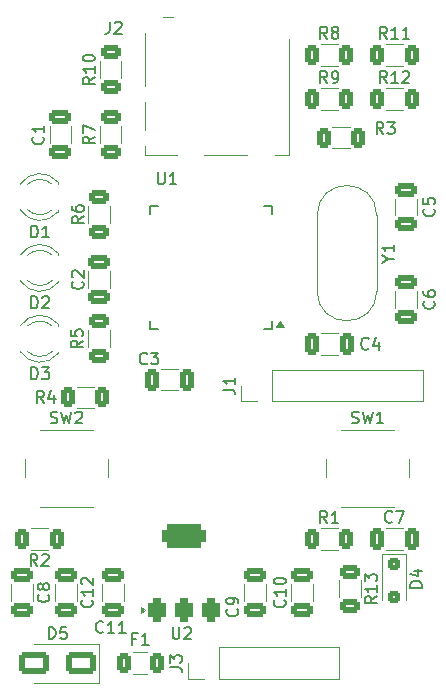
<source format=gto>
G04 #@! TF.GenerationSoftware,KiCad,Pcbnew,8.0.4*
G04 #@! TF.CreationDate,2024-10-18T17:00:07+02:00*
G04 #@! TF.ProjectId,Atari_SIO2SD_Mini,41746172-695f-4534-994f-3253445f4d69,rev?*
G04 #@! TF.SameCoordinates,Original*
G04 #@! TF.FileFunction,Legend,Top*
G04 #@! TF.FilePolarity,Positive*
%FSLAX46Y46*%
G04 Gerber Fmt 4.6, Leading zero omitted, Abs format (unit mm)*
G04 Created by KiCad (PCBNEW 8.0.4) date 2024-10-18 17:00:07*
%MOMM*%
%LPD*%
G01*
G04 APERTURE LIST*
G04 Aperture macros list*
%AMRoundRect*
0 Rectangle with rounded corners*
0 $1 Rounding radius*
0 $2 $3 $4 $5 $6 $7 $8 $9 X,Y pos of 4 corners*
0 Add a 4 corners polygon primitive as box body*
4,1,4,$2,$3,$4,$5,$6,$7,$8,$9,$2,$3,0*
0 Add four circle primitives for the rounded corners*
1,1,$1+$1,$2,$3*
1,1,$1+$1,$4,$5*
1,1,$1+$1,$6,$7*
1,1,$1+$1,$8,$9*
0 Add four rect primitives between the rounded corners*
20,1,$1+$1,$2,$3,$4,$5,0*
20,1,$1+$1,$4,$5,$6,$7,0*
20,1,$1+$1,$6,$7,$8,$9,0*
20,1,$1+$1,$8,$9,$2,$3,0*%
G04 Aperture macros list end*
%ADD10C,0.150000*%
%ADD11C,0.120000*%
%ADD12C,0.000000*%
%ADD13RoundRect,0.375000X0.375000X-0.625000X0.375000X0.625000X-0.375000X0.625000X-0.375000X-0.625000X0*%
%ADD14RoundRect,0.500000X1.400000X-0.500000X1.400000X0.500000X-1.400000X0.500000X-1.400000X-0.500000X0*%
%ADD15RoundRect,0.250000X-0.312500X-0.625000X0.312500X-0.625000X0.312500X0.625000X-0.312500X0.625000X0*%
%ADD16RoundRect,0.250000X-0.650000X0.325000X-0.650000X-0.325000X0.650000X-0.325000X0.650000X0.325000X0*%
%ADD17RoundRect,0.250000X0.625000X-0.312500X0.625000X0.312500X-0.625000X0.312500X-0.625000X-0.312500X0*%
%ADD18RoundRect,0.250000X-0.325000X-0.650000X0.325000X-0.650000X0.325000X0.650000X-0.325000X0.650000X0*%
%ADD19RoundRect,0.250000X-0.375000X-0.625000X0.375000X-0.625000X0.375000X0.625000X-0.375000X0.625000X0*%
%ADD20C,2.000000*%
%ADD21RoundRect,0.250000X-0.300000X0.300000X-0.300000X-0.300000X0.300000X-0.300000X0.300000X0.300000X0*%
%ADD22R,0.850000X1.100000*%
%ADD23R,0.750000X1.100000*%
%ADD24R,1.200000X1.000000*%
%ADD25R,1.550000X1.350000*%
%ADD26R,1.900000X1.350000*%
%ADD27R,1.170000X1.800000*%
%ADD28C,1.500000*%
%ADD29R,1.800000X1.800000*%
%ADD30C,1.800000*%
%ADD31RoundRect,0.250000X0.650000X-0.325000X0.650000X0.325000X-0.650000X0.325000X-0.650000X-0.325000X0*%
%ADD32R,1.500000X0.550000*%
%ADD33R,0.550000X1.500000*%
%ADD34RoundRect,0.250000X0.312500X0.625000X-0.312500X0.625000X-0.312500X-0.625000X0.312500X-0.625000X0*%
%ADD35R,1.700000X1.700000*%
%ADD36O,1.700000X1.700000*%
%ADD37RoundRect,0.250000X-0.625000X0.312500X-0.625000X-0.312500X0.625000X-0.312500X0.625000X0.312500X0*%
%ADD38RoundRect,0.250000X0.325000X0.650000X-0.325000X0.650000X-0.325000X-0.650000X0.325000X-0.650000X0*%
%ADD39C,5.600000*%
%ADD40RoundRect,0.250000X1.000000X0.650000X-1.000000X0.650000X-1.000000X-0.650000X1.000000X-0.650000X0*%
G04 APERTURE END LIST*
D10*
X146238095Y-106954819D02*
X146238095Y-107764342D01*
X146238095Y-107764342D02*
X146285714Y-107859580D01*
X146285714Y-107859580D02*
X146333333Y-107907200D01*
X146333333Y-107907200D02*
X146428571Y-107954819D01*
X146428571Y-107954819D02*
X146619047Y-107954819D01*
X146619047Y-107954819D02*
X146714285Y-107907200D01*
X146714285Y-107907200D02*
X146761904Y-107859580D01*
X146761904Y-107859580D02*
X146809523Y-107764342D01*
X146809523Y-107764342D02*
X146809523Y-106954819D01*
X147238095Y-107050057D02*
X147285714Y-107002438D01*
X147285714Y-107002438D02*
X147380952Y-106954819D01*
X147380952Y-106954819D02*
X147619047Y-106954819D01*
X147619047Y-106954819D02*
X147714285Y-107002438D01*
X147714285Y-107002438D02*
X147761904Y-107050057D01*
X147761904Y-107050057D02*
X147809523Y-107145295D01*
X147809523Y-107145295D02*
X147809523Y-107240533D01*
X147809523Y-107240533D02*
X147761904Y-107383390D01*
X147761904Y-107383390D02*
X147190476Y-107954819D01*
X147190476Y-107954819D02*
X147809523Y-107954819D01*
X159333333Y-60884819D02*
X159000000Y-60408628D01*
X158761905Y-60884819D02*
X158761905Y-59884819D01*
X158761905Y-59884819D02*
X159142857Y-59884819D01*
X159142857Y-59884819D02*
X159238095Y-59932438D01*
X159238095Y-59932438D02*
X159285714Y-59980057D01*
X159285714Y-59980057D02*
X159333333Y-60075295D01*
X159333333Y-60075295D02*
X159333333Y-60218152D01*
X159333333Y-60218152D02*
X159285714Y-60313390D01*
X159285714Y-60313390D02*
X159238095Y-60361009D01*
X159238095Y-60361009D02*
X159142857Y-60408628D01*
X159142857Y-60408628D02*
X158761905Y-60408628D01*
X159809524Y-60884819D02*
X160000000Y-60884819D01*
X160000000Y-60884819D02*
X160095238Y-60837200D01*
X160095238Y-60837200D02*
X160142857Y-60789580D01*
X160142857Y-60789580D02*
X160238095Y-60646723D01*
X160238095Y-60646723D02*
X160285714Y-60456247D01*
X160285714Y-60456247D02*
X160285714Y-60075295D01*
X160285714Y-60075295D02*
X160238095Y-59980057D01*
X160238095Y-59980057D02*
X160190476Y-59932438D01*
X160190476Y-59932438D02*
X160095238Y-59884819D01*
X160095238Y-59884819D02*
X159904762Y-59884819D01*
X159904762Y-59884819D02*
X159809524Y-59932438D01*
X159809524Y-59932438D02*
X159761905Y-59980057D01*
X159761905Y-59980057D02*
X159714286Y-60075295D01*
X159714286Y-60075295D02*
X159714286Y-60313390D01*
X159714286Y-60313390D02*
X159761905Y-60408628D01*
X159761905Y-60408628D02*
X159809524Y-60456247D01*
X159809524Y-60456247D02*
X159904762Y-60503866D01*
X159904762Y-60503866D02*
X160095238Y-60503866D01*
X160095238Y-60503866D02*
X160190476Y-60456247D01*
X160190476Y-60456247D02*
X160238095Y-60408628D01*
X160238095Y-60408628D02*
X160285714Y-60313390D01*
X164083333Y-65204819D02*
X163750000Y-64728628D01*
X163511905Y-65204819D02*
X163511905Y-64204819D01*
X163511905Y-64204819D02*
X163892857Y-64204819D01*
X163892857Y-64204819D02*
X163988095Y-64252438D01*
X163988095Y-64252438D02*
X164035714Y-64300057D01*
X164035714Y-64300057D02*
X164083333Y-64395295D01*
X164083333Y-64395295D02*
X164083333Y-64538152D01*
X164083333Y-64538152D02*
X164035714Y-64633390D01*
X164035714Y-64633390D02*
X163988095Y-64681009D01*
X163988095Y-64681009D02*
X163892857Y-64728628D01*
X163892857Y-64728628D02*
X163511905Y-64728628D01*
X164416667Y-64204819D02*
X165035714Y-64204819D01*
X165035714Y-64204819D02*
X164702381Y-64585771D01*
X164702381Y-64585771D02*
X164845238Y-64585771D01*
X164845238Y-64585771D02*
X164940476Y-64633390D01*
X164940476Y-64633390D02*
X164988095Y-64681009D01*
X164988095Y-64681009D02*
X165035714Y-64776247D01*
X165035714Y-64776247D02*
X165035714Y-65014342D01*
X165035714Y-65014342D02*
X164988095Y-65109580D01*
X164988095Y-65109580D02*
X164940476Y-65157200D01*
X164940476Y-65157200D02*
X164845238Y-65204819D01*
X164845238Y-65204819D02*
X164559524Y-65204819D01*
X164559524Y-65204819D02*
X164464286Y-65157200D01*
X164464286Y-65157200D02*
X164416667Y-65109580D01*
X138609580Y-77704166D02*
X138657200Y-77751785D01*
X138657200Y-77751785D02*
X138704819Y-77894642D01*
X138704819Y-77894642D02*
X138704819Y-77989880D01*
X138704819Y-77989880D02*
X138657200Y-78132737D01*
X138657200Y-78132737D02*
X138561961Y-78227975D01*
X138561961Y-78227975D02*
X138466723Y-78275594D01*
X138466723Y-78275594D02*
X138276247Y-78323213D01*
X138276247Y-78323213D02*
X138133390Y-78323213D01*
X138133390Y-78323213D02*
X137942914Y-78275594D01*
X137942914Y-78275594D02*
X137847676Y-78227975D01*
X137847676Y-78227975D02*
X137752438Y-78132737D01*
X137752438Y-78132737D02*
X137704819Y-77989880D01*
X137704819Y-77989880D02*
X137704819Y-77894642D01*
X137704819Y-77894642D02*
X137752438Y-77751785D01*
X137752438Y-77751785D02*
X137800057Y-77704166D01*
X137800057Y-77323213D02*
X137752438Y-77275594D01*
X137752438Y-77275594D02*
X137704819Y-77180356D01*
X137704819Y-77180356D02*
X137704819Y-76942261D01*
X137704819Y-76942261D02*
X137752438Y-76847023D01*
X137752438Y-76847023D02*
X137800057Y-76799404D01*
X137800057Y-76799404D02*
X137895295Y-76751785D01*
X137895295Y-76751785D02*
X137990533Y-76751785D01*
X137990533Y-76751785D02*
X138133390Y-76799404D01*
X138133390Y-76799404D02*
X138704819Y-77370832D01*
X138704819Y-77370832D02*
X138704819Y-76751785D01*
X159333333Y-98134819D02*
X159000000Y-97658628D01*
X158761905Y-98134819D02*
X158761905Y-97134819D01*
X158761905Y-97134819D02*
X159142857Y-97134819D01*
X159142857Y-97134819D02*
X159238095Y-97182438D01*
X159238095Y-97182438D02*
X159285714Y-97230057D01*
X159285714Y-97230057D02*
X159333333Y-97325295D01*
X159333333Y-97325295D02*
X159333333Y-97468152D01*
X159333333Y-97468152D02*
X159285714Y-97563390D01*
X159285714Y-97563390D02*
X159238095Y-97611009D01*
X159238095Y-97611009D02*
X159142857Y-97658628D01*
X159142857Y-97658628D02*
X158761905Y-97658628D01*
X160285714Y-98134819D02*
X159714286Y-98134819D01*
X160000000Y-98134819D02*
X160000000Y-97134819D01*
X160000000Y-97134819D02*
X159904762Y-97277676D01*
X159904762Y-97277676D02*
X159809524Y-97372914D01*
X159809524Y-97372914D02*
X159714286Y-97420533D01*
X139634819Y-65416666D02*
X139158628Y-65749999D01*
X139634819Y-65988094D02*
X138634819Y-65988094D01*
X138634819Y-65988094D02*
X138634819Y-65607142D01*
X138634819Y-65607142D02*
X138682438Y-65511904D01*
X138682438Y-65511904D02*
X138730057Y-65464285D01*
X138730057Y-65464285D02*
X138825295Y-65416666D01*
X138825295Y-65416666D02*
X138968152Y-65416666D01*
X138968152Y-65416666D02*
X139063390Y-65464285D01*
X139063390Y-65464285D02*
X139111009Y-65511904D01*
X139111009Y-65511904D02*
X139158628Y-65607142D01*
X139158628Y-65607142D02*
X139158628Y-65988094D01*
X138634819Y-65083332D02*
X138634819Y-64416666D01*
X138634819Y-64416666D02*
X139634819Y-64845237D01*
X164394642Y-57134819D02*
X164061309Y-56658628D01*
X163823214Y-57134819D02*
X163823214Y-56134819D01*
X163823214Y-56134819D02*
X164204166Y-56134819D01*
X164204166Y-56134819D02*
X164299404Y-56182438D01*
X164299404Y-56182438D02*
X164347023Y-56230057D01*
X164347023Y-56230057D02*
X164394642Y-56325295D01*
X164394642Y-56325295D02*
X164394642Y-56468152D01*
X164394642Y-56468152D02*
X164347023Y-56563390D01*
X164347023Y-56563390D02*
X164299404Y-56611009D01*
X164299404Y-56611009D02*
X164204166Y-56658628D01*
X164204166Y-56658628D02*
X163823214Y-56658628D01*
X165347023Y-57134819D02*
X164775595Y-57134819D01*
X165061309Y-57134819D02*
X165061309Y-56134819D01*
X165061309Y-56134819D02*
X164966071Y-56277676D01*
X164966071Y-56277676D02*
X164870833Y-56372914D01*
X164870833Y-56372914D02*
X164775595Y-56420533D01*
X166299404Y-57134819D02*
X165727976Y-57134819D01*
X166013690Y-57134819D02*
X166013690Y-56134819D01*
X166013690Y-56134819D02*
X165918452Y-56277676D01*
X165918452Y-56277676D02*
X165823214Y-56372914D01*
X165823214Y-56372914D02*
X165727976Y-56420533D01*
X138634819Y-82704166D02*
X138158628Y-83037499D01*
X138634819Y-83275594D02*
X137634819Y-83275594D01*
X137634819Y-83275594D02*
X137634819Y-82894642D01*
X137634819Y-82894642D02*
X137682438Y-82799404D01*
X137682438Y-82799404D02*
X137730057Y-82751785D01*
X137730057Y-82751785D02*
X137825295Y-82704166D01*
X137825295Y-82704166D02*
X137968152Y-82704166D01*
X137968152Y-82704166D02*
X138063390Y-82751785D01*
X138063390Y-82751785D02*
X138111009Y-82799404D01*
X138111009Y-82799404D02*
X138158628Y-82894642D01*
X138158628Y-82894642D02*
X138158628Y-83275594D01*
X137634819Y-81799404D02*
X137634819Y-82275594D01*
X137634819Y-82275594D02*
X138111009Y-82323213D01*
X138111009Y-82323213D02*
X138063390Y-82275594D01*
X138063390Y-82275594D02*
X138015771Y-82180356D01*
X138015771Y-82180356D02*
X138015771Y-81942261D01*
X138015771Y-81942261D02*
X138063390Y-81847023D01*
X138063390Y-81847023D02*
X138111009Y-81799404D01*
X138111009Y-81799404D02*
X138206247Y-81751785D01*
X138206247Y-81751785D02*
X138444342Y-81751785D01*
X138444342Y-81751785D02*
X138539580Y-81799404D01*
X138539580Y-81799404D02*
X138587200Y-81847023D01*
X138587200Y-81847023D02*
X138634819Y-81942261D01*
X138634819Y-81942261D02*
X138634819Y-82180356D01*
X138634819Y-82180356D02*
X138587200Y-82275594D01*
X138587200Y-82275594D02*
X138539580Y-82323213D01*
X164833333Y-98009580D02*
X164785714Y-98057200D01*
X164785714Y-98057200D02*
X164642857Y-98104819D01*
X164642857Y-98104819D02*
X164547619Y-98104819D01*
X164547619Y-98104819D02*
X164404762Y-98057200D01*
X164404762Y-98057200D02*
X164309524Y-97961961D01*
X164309524Y-97961961D02*
X164261905Y-97866723D01*
X164261905Y-97866723D02*
X164214286Y-97676247D01*
X164214286Y-97676247D02*
X164214286Y-97533390D01*
X164214286Y-97533390D02*
X164261905Y-97342914D01*
X164261905Y-97342914D02*
X164309524Y-97247676D01*
X164309524Y-97247676D02*
X164404762Y-97152438D01*
X164404762Y-97152438D02*
X164547619Y-97104819D01*
X164547619Y-97104819D02*
X164642857Y-97104819D01*
X164642857Y-97104819D02*
X164785714Y-97152438D01*
X164785714Y-97152438D02*
X164833333Y-97200057D01*
X165166667Y-97104819D02*
X165833333Y-97104819D01*
X165833333Y-97104819D02*
X165404762Y-98104819D01*
X138704819Y-72166666D02*
X138228628Y-72499999D01*
X138704819Y-72738094D02*
X137704819Y-72738094D01*
X137704819Y-72738094D02*
X137704819Y-72357142D01*
X137704819Y-72357142D02*
X137752438Y-72261904D01*
X137752438Y-72261904D02*
X137800057Y-72214285D01*
X137800057Y-72214285D02*
X137895295Y-72166666D01*
X137895295Y-72166666D02*
X138038152Y-72166666D01*
X138038152Y-72166666D02*
X138133390Y-72214285D01*
X138133390Y-72214285D02*
X138181009Y-72261904D01*
X138181009Y-72261904D02*
X138228628Y-72357142D01*
X138228628Y-72357142D02*
X138228628Y-72738094D01*
X137704819Y-71309523D02*
X137704819Y-71499999D01*
X137704819Y-71499999D02*
X137752438Y-71595237D01*
X137752438Y-71595237D02*
X137800057Y-71642856D01*
X137800057Y-71642856D02*
X137942914Y-71738094D01*
X137942914Y-71738094D02*
X138133390Y-71785713D01*
X138133390Y-71785713D02*
X138514342Y-71785713D01*
X138514342Y-71785713D02*
X138609580Y-71738094D01*
X138609580Y-71738094D02*
X138657200Y-71690475D01*
X138657200Y-71690475D02*
X138704819Y-71595237D01*
X138704819Y-71595237D02*
X138704819Y-71404761D01*
X138704819Y-71404761D02*
X138657200Y-71309523D01*
X138657200Y-71309523D02*
X138609580Y-71261904D01*
X138609580Y-71261904D02*
X138514342Y-71214285D01*
X138514342Y-71214285D02*
X138276247Y-71214285D01*
X138276247Y-71214285D02*
X138181009Y-71261904D01*
X138181009Y-71261904D02*
X138133390Y-71309523D01*
X138133390Y-71309523D02*
X138085771Y-71404761D01*
X138085771Y-71404761D02*
X138085771Y-71595237D01*
X138085771Y-71595237D02*
X138133390Y-71690475D01*
X138133390Y-71690475D02*
X138181009Y-71738094D01*
X138181009Y-71738094D02*
X138276247Y-71785713D01*
X143166666Y-107931009D02*
X142833333Y-107931009D01*
X142833333Y-108454819D02*
X142833333Y-107454819D01*
X142833333Y-107454819D02*
X143309523Y-107454819D01*
X144214285Y-108454819D02*
X143642857Y-108454819D01*
X143928571Y-108454819D02*
X143928571Y-107454819D01*
X143928571Y-107454819D02*
X143833333Y-107597676D01*
X143833333Y-107597676D02*
X143738095Y-107692914D01*
X143738095Y-107692914D02*
X143642857Y-107740533D01*
X139409580Y-104667857D02*
X139457200Y-104715476D01*
X139457200Y-104715476D02*
X139504819Y-104858333D01*
X139504819Y-104858333D02*
X139504819Y-104953571D01*
X139504819Y-104953571D02*
X139457200Y-105096428D01*
X139457200Y-105096428D02*
X139361961Y-105191666D01*
X139361961Y-105191666D02*
X139266723Y-105239285D01*
X139266723Y-105239285D02*
X139076247Y-105286904D01*
X139076247Y-105286904D02*
X138933390Y-105286904D01*
X138933390Y-105286904D02*
X138742914Y-105239285D01*
X138742914Y-105239285D02*
X138647676Y-105191666D01*
X138647676Y-105191666D02*
X138552438Y-105096428D01*
X138552438Y-105096428D02*
X138504819Y-104953571D01*
X138504819Y-104953571D02*
X138504819Y-104858333D01*
X138504819Y-104858333D02*
X138552438Y-104715476D01*
X138552438Y-104715476D02*
X138600057Y-104667857D01*
X139504819Y-103715476D02*
X139504819Y-104286904D01*
X139504819Y-104001190D02*
X138504819Y-104001190D01*
X138504819Y-104001190D02*
X138647676Y-104096428D01*
X138647676Y-104096428D02*
X138742914Y-104191666D01*
X138742914Y-104191666D02*
X138790533Y-104286904D01*
X138600057Y-103334523D02*
X138552438Y-103286904D01*
X138552438Y-103286904D02*
X138504819Y-103191666D01*
X138504819Y-103191666D02*
X138504819Y-102953571D01*
X138504819Y-102953571D02*
X138552438Y-102858333D01*
X138552438Y-102858333D02*
X138600057Y-102810714D01*
X138600057Y-102810714D02*
X138695295Y-102763095D01*
X138695295Y-102763095D02*
X138790533Y-102763095D01*
X138790533Y-102763095D02*
X138933390Y-102810714D01*
X138933390Y-102810714D02*
X139504819Y-103382142D01*
X139504819Y-103382142D02*
X139504819Y-102763095D01*
X135916667Y-89657200D02*
X136059524Y-89704819D01*
X136059524Y-89704819D02*
X136297619Y-89704819D01*
X136297619Y-89704819D02*
X136392857Y-89657200D01*
X136392857Y-89657200D02*
X136440476Y-89609580D01*
X136440476Y-89609580D02*
X136488095Y-89514342D01*
X136488095Y-89514342D02*
X136488095Y-89419104D01*
X136488095Y-89419104D02*
X136440476Y-89323866D01*
X136440476Y-89323866D02*
X136392857Y-89276247D01*
X136392857Y-89276247D02*
X136297619Y-89228628D01*
X136297619Y-89228628D02*
X136107143Y-89181009D01*
X136107143Y-89181009D02*
X136011905Y-89133390D01*
X136011905Y-89133390D02*
X135964286Y-89085771D01*
X135964286Y-89085771D02*
X135916667Y-88990533D01*
X135916667Y-88990533D02*
X135916667Y-88895295D01*
X135916667Y-88895295D02*
X135964286Y-88800057D01*
X135964286Y-88800057D02*
X136011905Y-88752438D01*
X136011905Y-88752438D02*
X136107143Y-88704819D01*
X136107143Y-88704819D02*
X136345238Y-88704819D01*
X136345238Y-88704819D02*
X136488095Y-88752438D01*
X136821429Y-88704819D02*
X137059524Y-89704819D01*
X137059524Y-89704819D02*
X137250000Y-88990533D01*
X137250000Y-88990533D02*
X137440476Y-89704819D01*
X137440476Y-89704819D02*
X137678572Y-88704819D01*
X138011905Y-88800057D02*
X138059524Y-88752438D01*
X138059524Y-88752438D02*
X138154762Y-88704819D01*
X138154762Y-88704819D02*
X138392857Y-88704819D01*
X138392857Y-88704819D02*
X138488095Y-88752438D01*
X138488095Y-88752438D02*
X138535714Y-88800057D01*
X138535714Y-88800057D02*
X138583333Y-88895295D01*
X138583333Y-88895295D02*
X138583333Y-88990533D01*
X138583333Y-88990533D02*
X138535714Y-89133390D01*
X138535714Y-89133390D02*
X137964286Y-89704819D01*
X137964286Y-89704819D02*
X138583333Y-89704819D01*
X167359819Y-103611094D02*
X166359819Y-103611094D01*
X166359819Y-103611094D02*
X166359819Y-103372999D01*
X166359819Y-103372999D02*
X166407438Y-103230142D01*
X166407438Y-103230142D02*
X166502676Y-103134904D01*
X166502676Y-103134904D02*
X166597914Y-103087285D01*
X166597914Y-103087285D02*
X166788390Y-103039666D01*
X166788390Y-103039666D02*
X166931247Y-103039666D01*
X166931247Y-103039666D02*
X167121723Y-103087285D01*
X167121723Y-103087285D02*
X167216961Y-103134904D01*
X167216961Y-103134904D02*
X167312200Y-103230142D01*
X167312200Y-103230142D02*
X167359819Y-103372999D01*
X167359819Y-103372999D02*
X167359819Y-103611094D01*
X166693152Y-102182523D02*
X167359819Y-102182523D01*
X166312200Y-102420618D02*
X167026485Y-102658713D01*
X167026485Y-102658713D02*
X167026485Y-102039666D01*
X140916666Y-55704819D02*
X140916666Y-56419104D01*
X140916666Y-56419104D02*
X140869047Y-56561961D01*
X140869047Y-56561961D02*
X140773809Y-56657200D01*
X140773809Y-56657200D02*
X140630952Y-56704819D01*
X140630952Y-56704819D02*
X140535714Y-56704819D01*
X141345238Y-55800057D02*
X141392857Y-55752438D01*
X141392857Y-55752438D02*
X141488095Y-55704819D01*
X141488095Y-55704819D02*
X141726190Y-55704819D01*
X141726190Y-55704819D02*
X141821428Y-55752438D01*
X141821428Y-55752438D02*
X141869047Y-55800057D01*
X141869047Y-55800057D02*
X141916666Y-55895295D01*
X141916666Y-55895295D02*
X141916666Y-55990533D01*
X141916666Y-55990533D02*
X141869047Y-56133390D01*
X141869047Y-56133390D02*
X141297619Y-56704819D01*
X141297619Y-56704819D02*
X141916666Y-56704819D01*
X139634819Y-60392857D02*
X139158628Y-60726190D01*
X139634819Y-60964285D02*
X138634819Y-60964285D01*
X138634819Y-60964285D02*
X138634819Y-60583333D01*
X138634819Y-60583333D02*
X138682438Y-60488095D01*
X138682438Y-60488095D02*
X138730057Y-60440476D01*
X138730057Y-60440476D02*
X138825295Y-60392857D01*
X138825295Y-60392857D02*
X138968152Y-60392857D01*
X138968152Y-60392857D02*
X139063390Y-60440476D01*
X139063390Y-60440476D02*
X139111009Y-60488095D01*
X139111009Y-60488095D02*
X139158628Y-60583333D01*
X139158628Y-60583333D02*
X139158628Y-60964285D01*
X139634819Y-59440476D02*
X139634819Y-60011904D01*
X139634819Y-59726190D02*
X138634819Y-59726190D01*
X138634819Y-59726190D02*
X138777676Y-59821428D01*
X138777676Y-59821428D02*
X138872914Y-59916666D01*
X138872914Y-59916666D02*
X138920533Y-60011904D01*
X138634819Y-58821428D02*
X138634819Y-58726190D01*
X138634819Y-58726190D02*
X138682438Y-58630952D01*
X138682438Y-58630952D02*
X138730057Y-58583333D01*
X138730057Y-58583333D02*
X138825295Y-58535714D01*
X138825295Y-58535714D02*
X139015771Y-58488095D01*
X139015771Y-58488095D02*
X139253866Y-58488095D01*
X139253866Y-58488095D02*
X139444342Y-58535714D01*
X139444342Y-58535714D02*
X139539580Y-58583333D01*
X139539580Y-58583333D02*
X139587200Y-58630952D01*
X139587200Y-58630952D02*
X139634819Y-58726190D01*
X139634819Y-58726190D02*
X139634819Y-58821428D01*
X139634819Y-58821428D02*
X139587200Y-58916666D01*
X139587200Y-58916666D02*
X139539580Y-58964285D01*
X139539580Y-58964285D02*
X139444342Y-59011904D01*
X139444342Y-59011904D02*
X139253866Y-59059523D01*
X139253866Y-59059523D02*
X139015771Y-59059523D01*
X139015771Y-59059523D02*
X138825295Y-59011904D01*
X138825295Y-59011904D02*
X138730057Y-58964285D01*
X138730057Y-58964285D02*
X138682438Y-58916666D01*
X138682438Y-58916666D02*
X138634819Y-58821428D01*
X162833333Y-83359580D02*
X162785714Y-83407200D01*
X162785714Y-83407200D02*
X162642857Y-83454819D01*
X162642857Y-83454819D02*
X162547619Y-83454819D01*
X162547619Y-83454819D02*
X162404762Y-83407200D01*
X162404762Y-83407200D02*
X162309524Y-83311961D01*
X162309524Y-83311961D02*
X162261905Y-83216723D01*
X162261905Y-83216723D02*
X162214286Y-83026247D01*
X162214286Y-83026247D02*
X162214286Y-82883390D01*
X162214286Y-82883390D02*
X162261905Y-82692914D01*
X162261905Y-82692914D02*
X162309524Y-82597676D01*
X162309524Y-82597676D02*
X162404762Y-82502438D01*
X162404762Y-82502438D02*
X162547619Y-82454819D01*
X162547619Y-82454819D02*
X162642857Y-82454819D01*
X162642857Y-82454819D02*
X162785714Y-82502438D01*
X162785714Y-82502438D02*
X162833333Y-82550057D01*
X163690476Y-82788152D02*
X163690476Y-83454819D01*
X163452381Y-82407200D02*
X163214286Y-83121485D01*
X163214286Y-83121485D02*
X163833333Y-83121485D01*
X168359580Y-79371666D02*
X168407200Y-79419285D01*
X168407200Y-79419285D02*
X168454819Y-79562142D01*
X168454819Y-79562142D02*
X168454819Y-79657380D01*
X168454819Y-79657380D02*
X168407200Y-79800237D01*
X168407200Y-79800237D02*
X168311961Y-79895475D01*
X168311961Y-79895475D02*
X168216723Y-79943094D01*
X168216723Y-79943094D02*
X168026247Y-79990713D01*
X168026247Y-79990713D02*
X167883390Y-79990713D01*
X167883390Y-79990713D02*
X167692914Y-79943094D01*
X167692914Y-79943094D02*
X167597676Y-79895475D01*
X167597676Y-79895475D02*
X167502438Y-79800237D01*
X167502438Y-79800237D02*
X167454819Y-79657380D01*
X167454819Y-79657380D02*
X167454819Y-79562142D01*
X167454819Y-79562142D02*
X167502438Y-79419285D01*
X167502438Y-79419285D02*
X167550057Y-79371666D01*
X167454819Y-78514523D02*
X167454819Y-78704999D01*
X167454819Y-78704999D02*
X167502438Y-78800237D01*
X167502438Y-78800237D02*
X167550057Y-78847856D01*
X167550057Y-78847856D02*
X167692914Y-78943094D01*
X167692914Y-78943094D02*
X167883390Y-78990713D01*
X167883390Y-78990713D02*
X168264342Y-78990713D01*
X168264342Y-78990713D02*
X168359580Y-78943094D01*
X168359580Y-78943094D02*
X168407200Y-78895475D01*
X168407200Y-78895475D02*
X168454819Y-78800237D01*
X168454819Y-78800237D02*
X168454819Y-78609761D01*
X168454819Y-78609761D02*
X168407200Y-78514523D01*
X168407200Y-78514523D02*
X168359580Y-78466904D01*
X168359580Y-78466904D02*
X168264342Y-78419285D01*
X168264342Y-78419285D02*
X168026247Y-78419285D01*
X168026247Y-78419285D02*
X167931009Y-78466904D01*
X167931009Y-78466904D02*
X167883390Y-78514523D01*
X167883390Y-78514523D02*
X167835771Y-78609761D01*
X167835771Y-78609761D02*
X167835771Y-78800237D01*
X167835771Y-78800237D02*
X167883390Y-78895475D01*
X167883390Y-78895475D02*
X167931009Y-78943094D01*
X167931009Y-78943094D02*
X168026247Y-78990713D01*
X164503628Y-75766190D02*
X164979819Y-75766190D01*
X163979819Y-76099523D02*
X164503628Y-75766190D01*
X164503628Y-75766190D02*
X163979819Y-75432857D01*
X164979819Y-74575714D02*
X164979819Y-75147142D01*
X164979819Y-74861428D02*
X163979819Y-74861428D01*
X163979819Y-74861428D02*
X164122676Y-74956666D01*
X164122676Y-74956666D02*
X164217914Y-75051904D01*
X164217914Y-75051904D02*
X164265533Y-75147142D01*
X134266905Y-79952319D02*
X134266905Y-78952319D01*
X134266905Y-78952319D02*
X134505000Y-78952319D01*
X134505000Y-78952319D02*
X134647857Y-78999938D01*
X134647857Y-78999938D02*
X134743095Y-79095176D01*
X134743095Y-79095176D02*
X134790714Y-79190414D01*
X134790714Y-79190414D02*
X134838333Y-79380890D01*
X134838333Y-79380890D02*
X134838333Y-79523747D01*
X134838333Y-79523747D02*
X134790714Y-79714223D01*
X134790714Y-79714223D02*
X134743095Y-79809461D01*
X134743095Y-79809461D02*
X134647857Y-79904700D01*
X134647857Y-79904700D02*
X134505000Y-79952319D01*
X134505000Y-79952319D02*
X134266905Y-79952319D01*
X135219286Y-79047557D02*
X135266905Y-78999938D01*
X135266905Y-78999938D02*
X135362143Y-78952319D01*
X135362143Y-78952319D02*
X135600238Y-78952319D01*
X135600238Y-78952319D02*
X135695476Y-78999938D01*
X135695476Y-78999938D02*
X135743095Y-79047557D01*
X135743095Y-79047557D02*
X135790714Y-79142795D01*
X135790714Y-79142795D02*
X135790714Y-79238033D01*
X135790714Y-79238033D02*
X135743095Y-79380890D01*
X135743095Y-79380890D02*
X135171667Y-79952319D01*
X135171667Y-79952319D02*
X135790714Y-79952319D01*
X168359580Y-71541666D02*
X168407200Y-71589285D01*
X168407200Y-71589285D02*
X168454819Y-71732142D01*
X168454819Y-71732142D02*
X168454819Y-71827380D01*
X168454819Y-71827380D02*
X168407200Y-71970237D01*
X168407200Y-71970237D02*
X168311961Y-72065475D01*
X168311961Y-72065475D02*
X168216723Y-72113094D01*
X168216723Y-72113094D02*
X168026247Y-72160713D01*
X168026247Y-72160713D02*
X167883390Y-72160713D01*
X167883390Y-72160713D02*
X167692914Y-72113094D01*
X167692914Y-72113094D02*
X167597676Y-72065475D01*
X167597676Y-72065475D02*
X167502438Y-71970237D01*
X167502438Y-71970237D02*
X167454819Y-71827380D01*
X167454819Y-71827380D02*
X167454819Y-71732142D01*
X167454819Y-71732142D02*
X167502438Y-71589285D01*
X167502438Y-71589285D02*
X167550057Y-71541666D01*
X167454819Y-70636904D02*
X167454819Y-71113094D01*
X167454819Y-71113094D02*
X167931009Y-71160713D01*
X167931009Y-71160713D02*
X167883390Y-71113094D01*
X167883390Y-71113094D02*
X167835771Y-71017856D01*
X167835771Y-71017856D02*
X167835771Y-70779761D01*
X167835771Y-70779761D02*
X167883390Y-70684523D01*
X167883390Y-70684523D02*
X167931009Y-70636904D01*
X167931009Y-70636904D02*
X168026247Y-70589285D01*
X168026247Y-70589285D02*
X168264342Y-70589285D01*
X168264342Y-70589285D02*
X168359580Y-70636904D01*
X168359580Y-70636904D02*
X168407200Y-70684523D01*
X168407200Y-70684523D02*
X168454819Y-70779761D01*
X168454819Y-70779761D02*
X168454819Y-71017856D01*
X168454819Y-71017856D02*
X168407200Y-71113094D01*
X168407200Y-71113094D02*
X168359580Y-71160713D01*
X155709580Y-104667857D02*
X155757200Y-104715476D01*
X155757200Y-104715476D02*
X155804819Y-104858333D01*
X155804819Y-104858333D02*
X155804819Y-104953571D01*
X155804819Y-104953571D02*
X155757200Y-105096428D01*
X155757200Y-105096428D02*
X155661961Y-105191666D01*
X155661961Y-105191666D02*
X155566723Y-105239285D01*
X155566723Y-105239285D02*
X155376247Y-105286904D01*
X155376247Y-105286904D02*
X155233390Y-105286904D01*
X155233390Y-105286904D02*
X155042914Y-105239285D01*
X155042914Y-105239285D02*
X154947676Y-105191666D01*
X154947676Y-105191666D02*
X154852438Y-105096428D01*
X154852438Y-105096428D02*
X154804819Y-104953571D01*
X154804819Y-104953571D02*
X154804819Y-104858333D01*
X154804819Y-104858333D02*
X154852438Y-104715476D01*
X154852438Y-104715476D02*
X154900057Y-104667857D01*
X155804819Y-103715476D02*
X155804819Y-104286904D01*
X155804819Y-104001190D02*
X154804819Y-104001190D01*
X154804819Y-104001190D02*
X154947676Y-104096428D01*
X154947676Y-104096428D02*
X155042914Y-104191666D01*
X155042914Y-104191666D02*
X155090533Y-104286904D01*
X154804819Y-103096428D02*
X154804819Y-103001190D01*
X154804819Y-103001190D02*
X154852438Y-102905952D01*
X154852438Y-102905952D02*
X154900057Y-102858333D01*
X154900057Y-102858333D02*
X154995295Y-102810714D01*
X154995295Y-102810714D02*
X155185771Y-102763095D01*
X155185771Y-102763095D02*
X155423866Y-102763095D01*
X155423866Y-102763095D02*
X155614342Y-102810714D01*
X155614342Y-102810714D02*
X155709580Y-102858333D01*
X155709580Y-102858333D02*
X155757200Y-102905952D01*
X155757200Y-102905952D02*
X155804819Y-103001190D01*
X155804819Y-103001190D02*
X155804819Y-103096428D01*
X155804819Y-103096428D02*
X155757200Y-103191666D01*
X155757200Y-103191666D02*
X155709580Y-103239285D01*
X155709580Y-103239285D02*
X155614342Y-103286904D01*
X155614342Y-103286904D02*
X155423866Y-103334523D01*
X155423866Y-103334523D02*
X155185771Y-103334523D01*
X155185771Y-103334523D02*
X154995295Y-103286904D01*
X154995295Y-103286904D02*
X154900057Y-103239285D01*
X154900057Y-103239285D02*
X154852438Y-103191666D01*
X154852438Y-103191666D02*
X154804819Y-103096428D01*
X144988095Y-68454819D02*
X144988095Y-69264342D01*
X144988095Y-69264342D02*
X145035714Y-69359580D01*
X145035714Y-69359580D02*
X145083333Y-69407200D01*
X145083333Y-69407200D02*
X145178571Y-69454819D01*
X145178571Y-69454819D02*
X145369047Y-69454819D01*
X145369047Y-69454819D02*
X145464285Y-69407200D01*
X145464285Y-69407200D02*
X145511904Y-69359580D01*
X145511904Y-69359580D02*
X145559523Y-69264342D01*
X145559523Y-69264342D02*
X145559523Y-68454819D01*
X146559523Y-69454819D02*
X145988095Y-69454819D01*
X146273809Y-69454819D02*
X146273809Y-68454819D01*
X146273809Y-68454819D02*
X146178571Y-68597676D01*
X146178571Y-68597676D02*
X146083333Y-68692914D01*
X146083333Y-68692914D02*
X145988095Y-68740533D01*
X135333333Y-87954819D02*
X135000000Y-87478628D01*
X134761905Y-87954819D02*
X134761905Y-86954819D01*
X134761905Y-86954819D02*
X135142857Y-86954819D01*
X135142857Y-86954819D02*
X135238095Y-87002438D01*
X135238095Y-87002438D02*
X135285714Y-87050057D01*
X135285714Y-87050057D02*
X135333333Y-87145295D01*
X135333333Y-87145295D02*
X135333333Y-87288152D01*
X135333333Y-87288152D02*
X135285714Y-87383390D01*
X135285714Y-87383390D02*
X135238095Y-87431009D01*
X135238095Y-87431009D02*
X135142857Y-87478628D01*
X135142857Y-87478628D02*
X134761905Y-87478628D01*
X136190476Y-87288152D02*
X136190476Y-87954819D01*
X135952381Y-86907200D02*
X135714286Y-87621485D01*
X135714286Y-87621485D02*
X136333333Y-87621485D01*
X134266905Y-85952319D02*
X134266905Y-84952319D01*
X134266905Y-84952319D02*
X134505000Y-84952319D01*
X134505000Y-84952319D02*
X134647857Y-84999938D01*
X134647857Y-84999938D02*
X134743095Y-85095176D01*
X134743095Y-85095176D02*
X134790714Y-85190414D01*
X134790714Y-85190414D02*
X134838333Y-85380890D01*
X134838333Y-85380890D02*
X134838333Y-85523747D01*
X134838333Y-85523747D02*
X134790714Y-85714223D01*
X134790714Y-85714223D02*
X134743095Y-85809461D01*
X134743095Y-85809461D02*
X134647857Y-85904700D01*
X134647857Y-85904700D02*
X134505000Y-85952319D01*
X134505000Y-85952319D02*
X134266905Y-85952319D01*
X135171667Y-84952319D02*
X135790714Y-84952319D01*
X135790714Y-84952319D02*
X135457381Y-85333271D01*
X135457381Y-85333271D02*
X135600238Y-85333271D01*
X135600238Y-85333271D02*
X135695476Y-85380890D01*
X135695476Y-85380890D02*
X135743095Y-85428509D01*
X135743095Y-85428509D02*
X135790714Y-85523747D01*
X135790714Y-85523747D02*
X135790714Y-85761842D01*
X135790714Y-85761842D02*
X135743095Y-85857080D01*
X135743095Y-85857080D02*
X135695476Y-85904700D01*
X135695476Y-85904700D02*
X135600238Y-85952319D01*
X135600238Y-85952319D02*
X135314524Y-85952319D01*
X135314524Y-85952319D02*
X135219286Y-85904700D01*
X135219286Y-85904700D02*
X135171667Y-85857080D01*
X161416667Y-89657200D02*
X161559524Y-89704819D01*
X161559524Y-89704819D02*
X161797619Y-89704819D01*
X161797619Y-89704819D02*
X161892857Y-89657200D01*
X161892857Y-89657200D02*
X161940476Y-89609580D01*
X161940476Y-89609580D02*
X161988095Y-89514342D01*
X161988095Y-89514342D02*
X161988095Y-89419104D01*
X161988095Y-89419104D02*
X161940476Y-89323866D01*
X161940476Y-89323866D02*
X161892857Y-89276247D01*
X161892857Y-89276247D02*
X161797619Y-89228628D01*
X161797619Y-89228628D02*
X161607143Y-89181009D01*
X161607143Y-89181009D02*
X161511905Y-89133390D01*
X161511905Y-89133390D02*
X161464286Y-89085771D01*
X161464286Y-89085771D02*
X161416667Y-88990533D01*
X161416667Y-88990533D02*
X161416667Y-88895295D01*
X161416667Y-88895295D02*
X161464286Y-88800057D01*
X161464286Y-88800057D02*
X161511905Y-88752438D01*
X161511905Y-88752438D02*
X161607143Y-88704819D01*
X161607143Y-88704819D02*
X161845238Y-88704819D01*
X161845238Y-88704819D02*
X161988095Y-88752438D01*
X162321429Y-88704819D02*
X162559524Y-89704819D01*
X162559524Y-89704819D02*
X162750000Y-88990533D01*
X162750000Y-88990533D02*
X162940476Y-89704819D01*
X162940476Y-89704819D02*
X163178572Y-88704819D01*
X164083333Y-89704819D02*
X163511905Y-89704819D01*
X163797619Y-89704819D02*
X163797619Y-88704819D01*
X163797619Y-88704819D02*
X163702381Y-88847676D01*
X163702381Y-88847676D02*
X163607143Y-88942914D01*
X163607143Y-88942914D02*
X163511905Y-88990533D01*
X150524819Y-86833333D02*
X151239104Y-86833333D01*
X151239104Y-86833333D02*
X151381961Y-86880952D01*
X151381961Y-86880952D02*
X151477200Y-86976190D01*
X151477200Y-86976190D02*
X151524819Y-87119047D01*
X151524819Y-87119047D02*
X151524819Y-87214285D01*
X151524819Y-85833333D02*
X151524819Y-86404761D01*
X151524819Y-86119047D02*
X150524819Y-86119047D01*
X150524819Y-86119047D02*
X150667676Y-86214285D01*
X150667676Y-86214285D02*
X150762914Y-86309523D01*
X150762914Y-86309523D02*
X150810533Y-86404761D01*
X163524819Y-104355357D02*
X163048628Y-104688690D01*
X163524819Y-104926785D02*
X162524819Y-104926785D01*
X162524819Y-104926785D02*
X162524819Y-104545833D01*
X162524819Y-104545833D02*
X162572438Y-104450595D01*
X162572438Y-104450595D02*
X162620057Y-104402976D01*
X162620057Y-104402976D02*
X162715295Y-104355357D01*
X162715295Y-104355357D02*
X162858152Y-104355357D01*
X162858152Y-104355357D02*
X162953390Y-104402976D01*
X162953390Y-104402976D02*
X163001009Y-104450595D01*
X163001009Y-104450595D02*
X163048628Y-104545833D01*
X163048628Y-104545833D02*
X163048628Y-104926785D01*
X163524819Y-103402976D02*
X163524819Y-103974404D01*
X163524819Y-103688690D02*
X162524819Y-103688690D01*
X162524819Y-103688690D02*
X162667676Y-103783928D01*
X162667676Y-103783928D02*
X162762914Y-103879166D01*
X162762914Y-103879166D02*
X162810533Y-103974404D01*
X162524819Y-103069642D02*
X162524819Y-102450595D01*
X162524819Y-102450595D02*
X162905771Y-102783928D01*
X162905771Y-102783928D02*
X162905771Y-102641071D01*
X162905771Y-102641071D02*
X162953390Y-102545833D01*
X162953390Y-102545833D02*
X163001009Y-102498214D01*
X163001009Y-102498214D02*
X163096247Y-102450595D01*
X163096247Y-102450595D02*
X163334342Y-102450595D01*
X163334342Y-102450595D02*
X163429580Y-102498214D01*
X163429580Y-102498214D02*
X163477200Y-102545833D01*
X163477200Y-102545833D02*
X163524819Y-102641071D01*
X163524819Y-102641071D02*
X163524819Y-102926785D01*
X163524819Y-102926785D02*
X163477200Y-103022023D01*
X163477200Y-103022023D02*
X163429580Y-103069642D01*
X159333333Y-57134819D02*
X159000000Y-56658628D01*
X158761905Y-57134819D02*
X158761905Y-56134819D01*
X158761905Y-56134819D02*
X159142857Y-56134819D01*
X159142857Y-56134819D02*
X159238095Y-56182438D01*
X159238095Y-56182438D02*
X159285714Y-56230057D01*
X159285714Y-56230057D02*
X159333333Y-56325295D01*
X159333333Y-56325295D02*
X159333333Y-56468152D01*
X159333333Y-56468152D02*
X159285714Y-56563390D01*
X159285714Y-56563390D02*
X159238095Y-56611009D01*
X159238095Y-56611009D02*
X159142857Y-56658628D01*
X159142857Y-56658628D02*
X158761905Y-56658628D01*
X159904762Y-56563390D02*
X159809524Y-56515771D01*
X159809524Y-56515771D02*
X159761905Y-56468152D01*
X159761905Y-56468152D02*
X159714286Y-56372914D01*
X159714286Y-56372914D02*
X159714286Y-56325295D01*
X159714286Y-56325295D02*
X159761905Y-56230057D01*
X159761905Y-56230057D02*
X159809524Y-56182438D01*
X159809524Y-56182438D02*
X159904762Y-56134819D01*
X159904762Y-56134819D02*
X160095238Y-56134819D01*
X160095238Y-56134819D02*
X160190476Y-56182438D01*
X160190476Y-56182438D02*
X160238095Y-56230057D01*
X160238095Y-56230057D02*
X160285714Y-56325295D01*
X160285714Y-56325295D02*
X160285714Y-56372914D01*
X160285714Y-56372914D02*
X160238095Y-56468152D01*
X160238095Y-56468152D02*
X160190476Y-56515771D01*
X160190476Y-56515771D02*
X160095238Y-56563390D01*
X160095238Y-56563390D02*
X159904762Y-56563390D01*
X159904762Y-56563390D02*
X159809524Y-56611009D01*
X159809524Y-56611009D02*
X159761905Y-56658628D01*
X159761905Y-56658628D02*
X159714286Y-56753866D01*
X159714286Y-56753866D02*
X159714286Y-56944342D01*
X159714286Y-56944342D02*
X159761905Y-57039580D01*
X159761905Y-57039580D02*
X159809524Y-57087200D01*
X159809524Y-57087200D02*
X159904762Y-57134819D01*
X159904762Y-57134819D02*
X160095238Y-57134819D01*
X160095238Y-57134819D02*
X160190476Y-57087200D01*
X160190476Y-57087200D02*
X160238095Y-57039580D01*
X160238095Y-57039580D02*
X160285714Y-56944342D01*
X160285714Y-56944342D02*
X160285714Y-56753866D01*
X160285714Y-56753866D02*
X160238095Y-56658628D01*
X160238095Y-56658628D02*
X160190476Y-56611009D01*
X160190476Y-56611009D02*
X160095238Y-56563390D01*
X151709580Y-105416666D02*
X151757200Y-105464285D01*
X151757200Y-105464285D02*
X151804819Y-105607142D01*
X151804819Y-105607142D02*
X151804819Y-105702380D01*
X151804819Y-105702380D02*
X151757200Y-105845237D01*
X151757200Y-105845237D02*
X151661961Y-105940475D01*
X151661961Y-105940475D02*
X151566723Y-105988094D01*
X151566723Y-105988094D02*
X151376247Y-106035713D01*
X151376247Y-106035713D02*
X151233390Y-106035713D01*
X151233390Y-106035713D02*
X151042914Y-105988094D01*
X151042914Y-105988094D02*
X150947676Y-105940475D01*
X150947676Y-105940475D02*
X150852438Y-105845237D01*
X150852438Y-105845237D02*
X150804819Y-105702380D01*
X150804819Y-105702380D02*
X150804819Y-105607142D01*
X150804819Y-105607142D02*
X150852438Y-105464285D01*
X150852438Y-105464285D02*
X150900057Y-105416666D01*
X151804819Y-104940475D02*
X151804819Y-104749999D01*
X151804819Y-104749999D02*
X151757200Y-104654761D01*
X151757200Y-104654761D02*
X151709580Y-104607142D01*
X151709580Y-104607142D02*
X151566723Y-104511904D01*
X151566723Y-104511904D02*
X151376247Y-104464285D01*
X151376247Y-104464285D02*
X150995295Y-104464285D01*
X150995295Y-104464285D02*
X150900057Y-104511904D01*
X150900057Y-104511904D02*
X150852438Y-104559523D01*
X150852438Y-104559523D02*
X150804819Y-104654761D01*
X150804819Y-104654761D02*
X150804819Y-104845237D01*
X150804819Y-104845237D02*
X150852438Y-104940475D01*
X150852438Y-104940475D02*
X150900057Y-104988094D01*
X150900057Y-104988094D02*
X150995295Y-105035713D01*
X150995295Y-105035713D02*
X151233390Y-105035713D01*
X151233390Y-105035713D02*
X151328628Y-104988094D01*
X151328628Y-104988094D02*
X151376247Y-104940475D01*
X151376247Y-104940475D02*
X151423866Y-104845237D01*
X151423866Y-104845237D02*
X151423866Y-104654761D01*
X151423866Y-104654761D02*
X151376247Y-104559523D01*
X151376247Y-104559523D02*
X151328628Y-104511904D01*
X151328628Y-104511904D02*
X151233390Y-104464285D01*
X164394642Y-60884819D02*
X164061309Y-60408628D01*
X163823214Y-60884819D02*
X163823214Y-59884819D01*
X163823214Y-59884819D02*
X164204166Y-59884819D01*
X164204166Y-59884819D02*
X164299404Y-59932438D01*
X164299404Y-59932438D02*
X164347023Y-59980057D01*
X164347023Y-59980057D02*
X164394642Y-60075295D01*
X164394642Y-60075295D02*
X164394642Y-60218152D01*
X164394642Y-60218152D02*
X164347023Y-60313390D01*
X164347023Y-60313390D02*
X164299404Y-60361009D01*
X164299404Y-60361009D02*
X164204166Y-60408628D01*
X164204166Y-60408628D02*
X163823214Y-60408628D01*
X165347023Y-60884819D02*
X164775595Y-60884819D01*
X165061309Y-60884819D02*
X165061309Y-59884819D01*
X165061309Y-59884819D02*
X164966071Y-60027676D01*
X164966071Y-60027676D02*
X164870833Y-60122914D01*
X164870833Y-60122914D02*
X164775595Y-60170533D01*
X165727976Y-59980057D02*
X165775595Y-59932438D01*
X165775595Y-59932438D02*
X165870833Y-59884819D01*
X165870833Y-59884819D02*
X166108928Y-59884819D01*
X166108928Y-59884819D02*
X166204166Y-59932438D01*
X166204166Y-59932438D02*
X166251785Y-59980057D01*
X166251785Y-59980057D02*
X166299404Y-60075295D01*
X166299404Y-60075295D02*
X166299404Y-60170533D01*
X166299404Y-60170533D02*
X166251785Y-60313390D01*
X166251785Y-60313390D02*
X165680357Y-60884819D01*
X165680357Y-60884819D02*
X166299404Y-60884819D01*
X144083333Y-84609580D02*
X144035714Y-84657200D01*
X144035714Y-84657200D02*
X143892857Y-84704819D01*
X143892857Y-84704819D02*
X143797619Y-84704819D01*
X143797619Y-84704819D02*
X143654762Y-84657200D01*
X143654762Y-84657200D02*
X143559524Y-84561961D01*
X143559524Y-84561961D02*
X143511905Y-84466723D01*
X143511905Y-84466723D02*
X143464286Y-84276247D01*
X143464286Y-84276247D02*
X143464286Y-84133390D01*
X143464286Y-84133390D02*
X143511905Y-83942914D01*
X143511905Y-83942914D02*
X143559524Y-83847676D01*
X143559524Y-83847676D02*
X143654762Y-83752438D01*
X143654762Y-83752438D02*
X143797619Y-83704819D01*
X143797619Y-83704819D02*
X143892857Y-83704819D01*
X143892857Y-83704819D02*
X144035714Y-83752438D01*
X144035714Y-83752438D02*
X144083333Y-83800057D01*
X144416667Y-83704819D02*
X145035714Y-83704819D01*
X145035714Y-83704819D02*
X144702381Y-84085771D01*
X144702381Y-84085771D02*
X144845238Y-84085771D01*
X144845238Y-84085771D02*
X144940476Y-84133390D01*
X144940476Y-84133390D02*
X144988095Y-84181009D01*
X144988095Y-84181009D02*
X145035714Y-84276247D01*
X145035714Y-84276247D02*
X145035714Y-84514342D01*
X145035714Y-84514342D02*
X144988095Y-84609580D01*
X144988095Y-84609580D02*
X144940476Y-84657200D01*
X144940476Y-84657200D02*
X144845238Y-84704819D01*
X144845238Y-84704819D02*
X144559524Y-84704819D01*
X144559524Y-84704819D02*
X144464286Y-84657200D01*
X144464286Y-84657200D02*
X144416667Y-84609580D01*
X134795833Y-101774819D02*
X134462500Y-101298628D01*
X134224405Y-101774819D02*
X134224405Y-100774819D01*
X134224405Y-100774819D02*
X134605357Y-100774819D01*
X134605357Y-100774819D02*
X134700595Y-100822438D01*
X134700595Y-100822438D02*
X134748214Y-100870057D01*
X134748214Y-100870057D02*
X134795833Y-100965295D01*
X134795833Y-100965295D02*
X134795833Y-101108152D01*
X134795833Y-101108152D02*
X134748214Y-101203390D01*
X134748214Y-101203390D02*
X134700595Y-101251009D01*
X134700595Y-101251009D02*
X134605357Y-101298628D01*
X134605357Y-101298628D02*
X134224405Y-101298628D01*
X135176786Y-100870057D02*
X135224405Y-100822438D01*
X135224405Y-100822438D02*
X135319643Y-100774819D01*
X135319643Y-100774819D02*
X135557738Y-100774819D01*
X135557738Y-100774819D02*
X135652976Y-100822438D01*
X135652976Y-100822438D02*
X135700595Y-100870057D01*
X135700595Y-100870057D02*
X135748214Y-100965295D01*
X135748214Y-100965295D02*
X135748214Y-101060533D01*
X135748214Y-101060533D02*
X135700595Y-101203390D01*
X135700595Y-101203390D02*
X135129167Y-101774819D01*
X135129167Y-101774819D02*
X135748214Y-101774819D01*
X146004819Y-110333333D02*
X146719104Y-110333333D01*
X146719104Y-110333333D02*
X146861961Y-110380952D01*
X146861961Y-110380952D02*
X146957200Y-110476190D01*
X146957200Y-110476190D02*
X147004819Y-110619047D01*
X147004819Y-110619047D02*
X147004819Y-110714285D01*
X146004819Y-109952380D02*
X146004819Y-109333333D01*
X146004819Y-109333333D02*
X146385771Y-109666666D01*
X146385771Y-109666666D02*
X146385771Y-109523809D01*
X146385771Y-109523809D02*
X146433390Y-109428571D01*
X146433390Y-109428571D02*
X146481009Y-109380952D01*
X146481009Y-109380952D02*
X146576247Y-109333333D01*
X146576247Y-109333333D02*
X146814342Y-109333333D01*
X146814342Y-109333333D02*
X146909580Y-109380952D01*
X146909580Y-109380952D02*
X146957200Y-109428571D01*
X146957200Y-109428571D02*
X147004819Y-109523809D01*
X147004819Y-109523809D02*
X147004819Y-109809523D01*
X147004819Y-109809523D02*
X146957200Y-109904761D01*
X146957200Y-109904761D02*
X146909580Y-109952380D01*
X135709580Y-104191666D02*
X135757200Y-104239285D01*
X135757200Y-104239285D02*
X135804819Y-104382142D01*
X135804819Y-104382142D02*
X135804819Y-104477380D01*
X135804819Y-104477380D02*
X135757200Y-104620237D01*
X135757200Y-104620237D02*
X135661961Y-104715475D01*
X135661961Y-104715475D02*
X135566723Y-104763094D01*
X135566723Y-104763094D02*
X135376247Y-104810713D01*
X135376247Y-104810713D02*
X135233390Y-104810713D01*
X135233390Y-104810713D02*
X135042914Y-104763094D01*
X135042914Y-104763094D02*
X134947676Y-104715475D01*
X134947676Y-104715475D02*
X134852438Y-104620237D01*
X134852438Y-104620237D02*
X134804819Y-104477380D01*
X134804819Y-104477380D02*
X134804819Y-104382142D01*
X134804819Y-104382142D02*
X134852438Y-104239285D01*
X134852438Y-104239285D02*
X134900057Y-104191666D01*
X135233390Y-103620237D02*
X135185771Y-103715475D01*
X135185771Y-103715475D02*
X135138152Y-103763094D01*
X135138152Y-103763094D02*
X135042914Y-103810713D01*
X135042914Y-103810713D02*
X134995295Y-103810713D01*
X134995295Y-103810713D02*
X134900057Y-103763094D01*
X134900057Y-103763094D02*
X134852438Y-103715475D01*
X134852438Y-103715475D02*
X134804819Y-103620237D01*
X134804819Y-103620237D02*
X134804819Y-103429761D01*
X134804819Y-103429761D02*
X134852438Y-103334523D01*
X134852438Y-103334523D02*
X134900057Y-103286904D01*
X134900057Y-103286904D02*
X134995295Y-103239285D01*
X134995295Y-103239285D02*
X135042914Y-103239285D01*
X135042914Y-103239285D02*
X135138152Y-103286904D01*
X135138152Y-103286904D02*
X135185771Y-103334523D01*
X135185771Y-103334523D02*
X135233390Y-103429761D01*
X135233390Y-103429761D02*
X135233390Y-103620237D01*
X135233390Y-103620237D02*
X135281009Y-103715475D01*
X135281009Y-103715475D02*
X135328628Y-103763094D01*
X135328628Y-103763094D02*
X135423866Y-103810713D01*
X135423866Y-103810713D02*
X135614342Y-103810713D01*
X135614342Y-103810713D02*
X135709580Y-103763094D01*
X135709580Y-103763094D02*
X135757200Y-103715475D01*
X135757200Y-103715475D02*
X135804819Y-103620237D01*
X135804819Y-103620237D02*
X135804819Y-103429761D01*
X135804819Y-103429761D02*
X135757200Y-103334523D01*
X135757200Y-103334523D02*
X135709580Y-103286904D01*
X135709580Y-103286904D02*
X135614342Y-103239285D01*
X135614342Y-103239285D02*
X135423866Y-103239285D01*
X135423866Y-103239285D02*
X135328628Y-103286904D01*
X135328628Y-103286904D02*
X135281009Y-103334523D01*
X135281009Y-103334523D02*
X135233390Y-103429761D01*
X135761905Y-107954819D02*
X135761905Y-106954819D01*
X135761905Y-106954819D02*
X136000000Y-106954819D01*
X136000000Y-106954819D02*
X136142857Y-107002438D01*
X136142857Y-107002438D02*
X136238095Y-107097676D01*
X136238095Y-107097676D02*
X136285714Y-107192914D01*
X136285714Y-107192914D02*
X136333333Y-107383390D01*
X136333333Y-107383390D02*
X136333333Y-107526247D01*
X136333333Y-107526247D02*
X136285714Y-107716723D01*
X136285714Y-107716723D02*
X136238095Y-107811961D01*
X136238095Y-107811961D02*
X136142857Y-107907200D01*
X136142857Y-107907200D02*
X136000000Y-107954819D01*
X136000000Y-107954819D02*
X135761905Y-107954819D01*
X137238095Y-106954819D02*
X136761905Y-106954819D01*
X136761905Y-106954819D02*
X136714286Y-107431009D01*
X136714286Y-107431009D02*
X136761905Y-107383390D01*
X136761905Y-107383390D02*
X136857143Y-107335771D01*
X136857143Y-107335771D02*
X137095238Y-107335771D01*
X137095238Y-107335771D02*
X137190476Y-107383390D01*
X137190476Y-107383390D02*
X137238095Y-107431009D01*
X137238095Y-107431009D02*
X137285714Y-107526247D01*
X137285714Y-107526247D02*
X137285714Y-107764342D01*
X137285714Y-107764342D02*
X137238095Y-107859580D01*
X137238095Y-107859580D02*
X137190476Y-107907200D01*
X137190476Y-107907200D02*
X137095238Y-107954819D01*
X137095238Y-107954819D02*
X136857143Y-107954819D01*
X136857143Y-107954819D02*
X136761905Y-107907200D01*
X136761905Y-107907200D02*
X136714286Y-107859580D01*
X134266905Y-73952319D02*
X134266905Y-72952319D01*
X134266905Y-72952319D02*
X134505000Y-72952319D01*
X134505000Y-72952319D02*
X134647857Y-72999938D01*
X134647857Y-72999938D02*
X134743095Y-73095176D01*
X134743095Y-73095176D02*
X134790714Y-73190414D01*
X134790714Y-73190414D02*
X134838333Y-73380890D01*
X134838333Y-73380890D02*
X134838333Y-73523747D01*
X134838333Y-73523747D02*
X134790714Y-73714223D01*
X134790714Y-73714223D02*
X134743095Y-73809461D01*
X134743095Y-73809461D02*
X134647857Y-73904700D01*
X134647857Y-73904700D02*
X134505000Y-73952319D01*
X134505000Y-73952319D02*
X134266905Y-73952319D01*
X135790714Y-73952319D02*
X135219286Y-73952319D01*
X135505000Y-73952319D02*
X135505000Y-72952319D01*
X135505000Y-72952319D02*
X135409762Y-73095176D01*
X135409762Y-73095176D02*
X135314524Y-73190414D01*
X135314524Y-73190414D02*
X135219286Y-73238033D01*
X135259580Y-65441666D02*
X135307200Y-65489285D01*
X135307200Y-65489285D02*
X135354819Y-65632142D01*
X135354819Y-65632142D02*
X135354819Y-65727380D01*
X135354819Y-65727380D02*
X135307200Y-65870237D01*
X135307200Y-65870237D02*
X135211961Y-65965475D01*
X135211961Y-65965475D02*
X135116723Y-66013094D01*
X135116723Y-66013094D02*
X134926247Y-66060713D01*
X134926247Y-66060713D02*
X134783390Y-66060713D01*
X134783390Y-66060713D02*
X134592914Y-66013094D01*
X134592914Y-66013094D02*
X134497676Y-65965475D01*
X134497676Y-65965475D02*
X134402438Y-65870237D01*
X134402438Y-65870237D02*
X134354819Y-65727380D01*
X134354819Y-65727380D02*
X134354819Y-65632142D01*
X134354819Y-65632142D02*
X134402438Y-65489285D01*
X134402438Y-65489285D02*
X134450057Y-65441666D01*
X135354819Y-64489285D02*
X135354819Y-65060713D01*
X135354819Y-64774999D02*
X134354819Y-64774999D01*
X134354819Y-64774999D02*
X134497676Y-64870237D01*
X134497676Y-64870237D02*
X134592914Y-64965475D01*
X134592914Y-64965475D02*
X134640533Y-65060713D01*
X140357142Y-107359580D02*
X140309523Y-107407200D01*
X140309523Y-107407200D02*
X140166666Y-107454819D01*
X140166666Y-107454819D02*
X140071428Y-107454819D01*
X140071428Y-107454819D02*
X139928571Y-107407200D01*
X139928571Y-107407200D02*
X139833333Y-107311961D01*
X139833333Y-107311961D02*
X139785714Y-107216723D01*
X139785714Y-107216723D02*
X139738095Y-107026247D01*
X139738095Y-107026247D02*
X139738095Y-106883390D01*
X139738095Y-106883390D02*
X139785714Y-106692914D01*
X139785714Y-106692914D02*
X139833333Y-106597676D01*
X139833333Y-106597676D02*
X139928571Y-106502438D01*
X139928571Y-106502438D02*
X140071428Y-106454819D01*
X140071428Y-106454819D02*
X140166666Y-106454819D01*
X140166666Y-106454819D02*
X140309523Y-106502438D01*
X140309523Y-106502438D02*
X140357142Y-106550057D01*
X141309523Y-107454819D02*
X140738095Y-107454819D01*
X141023809Y-107454819D02*
X141023809Y-106454819D01*
X141023809Y-106454819D02*
X140928571Y-106597676D01*
X140928571Y-106597676D02*
X140833333Y-106692914D01*
X140833333Y-106692914D02*
X140738095Y-106740533D01*
X142261904Y-107454819D02*
X141690476Y-107454819D01*
X141976190Y-107454819D02*
X141976190Y-106454819D01*
X141976190Y-106454819D02*
X141880952Y-106597676D01*
X141880952Y-106597676D02*
X141785714Y-106692914D01*
X141785714Y-106692914D02*
X141690476Y-106740533D01*
D11*
X143890000Y-105480000D02*
X143560000Y-105720000D01*
X143560000Y-105240000D01*
X143890000Y-105480000D01*
G36*
X143890000Y-105480000D02*
G01*
X143560000Y-105720000D01*
X143560000Y-105240000D01*
X143890000Y-105480000D01*
G37*
X158772936Y-61340000D02*
X160227064Y-61340000D01*
X158772936Y-63160000D02*
X160227064Y-63160000D01*
X159772936Y-64590000D02*
X161227064Y-64590000D01*
X159772936Y-66410000D02*
X161227064Y-66410000D01*
X139090000Y-76826248D02*
X139090000Y-78248752D01*
X140910000Y-76826248D02*
X140910000Y-78248752D01*
X158772936Y-98590000D02*
X160227064Y-98590000D01*
X158772936Y-100410000D02*
X160227064Y-100410000D01*
X140090000Y-65977064D02*
X140090000Y-64522936D01*
X141910000Y-65977064D02*
X141910000Y-64522936D01*
X164310436Y-57590000D02*
X165764564Y-57590000D01*
X164310436Y-59410000D02*
X165764564Y-59410000D01*
X139090000Y-83264564D02*
X139090000Y-81810436D01*
X140910000Y-83264564D02*
X140910000Y-81810436D01*
X164288748Y-98590000D02*
X165711252Y-98590000D01*
X164288748Y-100410000D02*
X165711252Y-100410000D01*
X139090000Y-72764564D02*
X139090000Y-71310436D01*
X140910000Y-72764564D02*
X140910000Y-71310436D01*
X142897936Y-109090000D02*
X144102064Y-109090000D01*
X142897936Y-110910000D02*
X144102064Y-110910000D01*
X136290000Y-103313748D02*
X136290000Y-104736252D01*
X138110000Y-103313748D02*
X138110000Y-104736252D01*
X133750000Y-92750000D02*
X133750000Y-94250000D01*
X135000000Y-96750000D02*
X139500000Y-96750000D01*
X139500000Y-90250000D02*
X135000000Y-90250000D01*
X140750000Y-94250000D02*
X140750000Y-92750000D01*
X164000000Y-100790000D02*
X164000000Y-104650000D01*
X166000000Y-100790000D02*
X164000000Y-100790000D01*
X166000000Y-100790000D02*
X166000000Y-104650000D01*
X143930000Y-56675000D02*
X143930000Y-61125000D01*
X143930000Y-62525000D02*
X143930000Y-64825000D01*
X143930000Y-66225000D02*
X143930000Y-66945000D01*
X143930000Y-66945000D02*
X146610000Y-66945000D01*
X145410000Y-55305000D02*
X146270000Y-55305000D01*
X148910000Y-66945000D02*
X152580000Y-66945000D01*
X154880000Y-66945000D02*
X156110000Y-66945000D01*
X156110000Y-66945000D02*
X156110000Y-57125000D01*
X140090000Y-60477064D02*
X140090000Y-59022936D01*
X141910000Y-60477064D02*
X141910000Y-59022936D01*
X158788748Y-82090000D02*
X160211252Y-82090000D01*
X158788748Y-83910000D02*
X160211252Y-83910000D01*
X165090000Y-78493748D02*
X165090000Y-79916252D01*
X166910000Y-78493748D02*
X166910000Y-79916252D01*
X158475000Y-72090000D02*
X158475000Y-78490000D01*
X163525000Y-72090000D02*
X163525000Y-78490000D01*
X158475000Y-72090000D02*
G75*
G02*
X163525000Y-72090000I2525000J0D01*
G01*
X163525000Y-78490000D02*
G75*
G02*
X158475000Y-78490000I-2525000J0D01*
G01*
X136565000Y-75457500D02*
X136565000Y-75301500D01*
X136565000Y-77773500D02*
X136565000Y-77617500D01*
X133332665Y-75458892D02*
G75*
G02*
X136565000Y-75301984I1672335J-1078608D01*
G01*
X133963870Y-75457663D02*
G75*
G02*
X136045961Y-75457500I1041130J-1079837D01*
G01*
X136045961Y-77617500D02*
G75*
G02*
X133963870Y-77617337I-1040961J1080000D01*
G01*
X136565000Y-77773016D02*
G75*
G02*
X133332665Y-77616108I-1560000J1235516D01*
G01*
X165090000Y-72086252D02*
X165090000Y-70663748D01*
X166910000Y-72086252D02*
X166910000Y-70663748D01*
X156290000Y-104736252D02*
X156290000Y-103313748D01*
X158110000Y-104736252D02*
X158110000Y-103313748D01*
D10*
X144325000Y-71325000D02*
X144325000Y-72000000D01*
X144325000Y-71325000D02*
X145000000Y-71325000D01*
X144325000Y-81675000D02*
X144325000Y-81000000D01*
X144325000Y-81675000D02*
X145000000Y-81675000D01*
X154675000Y-71325000D02*
X154000000Y-71325000D01*
X154675000Y-71325000D02*
X154675000Y-72000000D01*
X154675000Y-81675000D02*
X154000000Y-81675000D01*
X154675000Y-81675000D02*
X154675000Y-81060000D01*
D11*
X155700000Y-81510000D02*
X155020000Y-81510000D01*
X155360000Y-81040000D01*
X155700000Y-81510000D01*
G36*
X155700000Y-81510000D02*
G01*
X155020000Y-81510000D01*
X155360000Y-81040000D01*
X155700000Y-81510000D01*
G37*
X139567064Y-86590000D02*
X138112936Y-86590000D01*
X139567064Y-88410000D02*
X138112936Y-88410000D01*
X136565000Y-81457500D02*
X136565000Y-81301500D01*
X136565000Y-83773500D02*
X136565000Y-83617500D01*
X133332665Y-81458892D02*
G75*
G02*
X136565000Y-81301984I1672335J-1078608D01*
G01*
X133963870Y-81457663D02*
G75*
G02*
X136045961Y-81457500I1041130J-1079837D01*
G01*
X136045961Y-83617500D02*
G75*
G02*
X133963870Y-83617337I-1040961J1080000D01*
G01*
X136565000Y-83773016D02*
G75*
G02*
X133332665Y-83616108I-1560000J1235516D01*
G01*
X159250000Y-92750000D02*
X159250000Y-94250000D01*
X160500000Y-96750000D02*
X165000000Y-96750000D01*
X165000000Y-90250000D02*
X160500000Y-90250000D01*
X166250000Y-94250000D02*
X166250000Y-92750000D01*
X152070000Y-87830000D02*
X152070000Y-86500000D01*
X153400000Y-87830000D02*
X152070000Y-87830000D01*
X154670000Y-85170000D02*
X167430000Y-85170000D01*
X154670000Y-87830000D02*
X154670000Y-85170000D01*
X154670000Y-87830000D02*
X167430000Y-87830000D01*
X167430000Y-87830000D02*
X167430000Y-85170000D01*
X160340000Y-102985436D02*
X160340000Y-104439564D01*
X162160000Y-102985436D02*
X162160000Y-104439564D01*
X158772936Y-57590000D02*
X160227064Y-57590000D01*
X158772936Y-59410000D02*
X160227064Y-59410000D01*
X152290000Y-104736252D02*
X152290000Y-103313748D01*
X154110000Y-104736252D02*
X154110000Y-103313748D01*
X164310436Y-61340000D02*
X165764564Y-61340000D01*
X164310436Y-63160000D02*
X165764564Y-63160000D01*
X146711252Y-85090000D02*
X145288748Y-85090000D01*
X146711252Y-86910000D02*
X145288748Y-86910000D01*
X135689564Y-98590000D02*
X134235436Y-98590000D01*
X135689564Y-100410000D02*
X134235436Y-100410000D01*
X147550000Y-111330000D02*
X147550000Y-110000000D01*
X148880000Y-111330000D02*
X147550000Y-111330000D01*
X150150000Y-108670000D02*
X160370000Y-108670000D01*
X150150000Y-111330000D02*
X150150000Y-108670000D01*
X150150000Y-111330000D02*
X160370000Y-111330000D01*
X160370000Y-111330000D02*
X160370000Y-108670000D01*
X132590000Y-103313748D02*
X132590000Y-104736252D01*
X134410000Y-103313748D02*
X134410000Y-104736252D01*
X140010000Y-108350000D02*
X134500000Y-108350000D01*
X140010000Y-111650000D02*
X134500000Y-111650000D01*
X140010000Y-111650000D02*
X140010000Y-108350000D01*
X136565000Y-69457500D02*
X136565000Y-69301500D01*
X136565000Y-71773500D02*
X136565000Y-71617500D01*
X133332665Y-69458892D02*
G75*
G02*
X136565000Y-69301984I1672335J-1078608D01*
G01*
X133963870Y-69457663D02*
G75*
G02*
X136045961Y-69457500I1041130J-1079837D01*
G01*
X136045961Y-71617500D02*
G75*
G02*
X133963870Y-71617337I-1040961J1080000D01*
G01*
X136565000Y-71773016D02*
G75*
G02*
X133332665Y-71616108I-1560000J1235516D01*
G01*
X135840000Y-65986252D02*
X135840000Y-64563748D01*
X137660000Y-65986252D02*
X137660000Y-64563748D01*
X140290000Y-103313748D02*
X140290000Y-104736252D01*
X142110000Y-103313748D02*
X142110000Y-104736252D01*
%LPC*%
D12*
G36*
X153000000Y-89750000D02*
G01*
X156250000Y-89750000D01*
X156250000Y-101000000D01*
X151500000Y-101000000D01*
X151500000Y-103500000D01*
X143000000Y-103500000D01*
X143000000Y-101500000D01*
X137500000Y-101500000D01*
X137500000Y-101000000D01*
X137500000Y-100500000D01*
X137500000Y-98000000D01*
X143000000Y-98000000D01*
X143000000Y-88000000D01*
X151500000Y-88000000D01*
X153000000Y-89750000D01*
G37*
D13*
X144900000Y-105500000D03*
X147200000Y-105500000D03*
D14*
X147200000Y-99200000D03*
D13*
X149500000Y-105500000D03*
D15*
X158037500Y-62250000D03*
X160962500Y-62250000D03*
X159037500Y-65500000D03*
X161962500Y-65500000D03*
D16*
X140000000Y-76062500D03*
X140000000Y-79012500D03*
D15*
X158037500Y-99500000D03*
X160962500Y-99500000D03*
D17*
X141000000Y-66712500D03*
X141000000Y-63787500D03*
D15*
X163575000Y-58500000D03*
X166500000Y-58500000D03*
D17*
X140000000Y-84000000D03*
X140000000Y-81075000D03*
D18*
X163525000Y-99500000D03*
X166475000Y-99500000D03*
D17*
X140000000Y-73500000D03*
X140000000Y-70575000D03*
D19*
X142100000Y-110000000D03*
X144900000Y-110000000D03*
D16*
X137200000Y-102550000D03*
X137200000Y-105500000D03*
D20*
X134000000Y-91250000D03*
X140500000Y-91250000D03*
X134000000Y-95750000D03*
X140500000Y-95750000D03*
D21*
X165000000Y-101600000D03*
X165000000Y-104400000D03*
D22*
X146895000Y-55675000D03*
X147995000Y-55675000D03*
X149095000Y-55675000D03*
X150195000Y-55675000D03*
X151295000Y-55675000D03*
X152395000Y-55675000D03*
X153495000Y-55675000D03*
D23*
X154545000Y-55675000D03*
D24*
X144260000Y-61825000D03*
X144260000Y-65525000D03*
D25*
X144435000Y-55800000D03*
D26*
X147760000Y-66500000D03*
X153730000Y-66500000D03*
D27*
X155755000Y-56025000D03*
D17*
X141000000Y-61212500D03*
X141000000Y-58287500D03*
D18*
X158025000Y-83000000D03*
X160975000Y-83000000D03*
D16*
X166000000Y-77730000D03*
X166000000Y-80680000D03*
D28*
X161000000Y-72850000D03*
X161000000Y-77730000D03*
D29*
X136275000Y-76537500D03*
D30*
X133735000Y-76537500D03*
D31*
X166000000Y-72850000D03*
X166000000Y-69900000D03*
X157200000Y-105500000D03*
X157200000Y-102550000D03*
D32*
X155200000Y-80500000D03*
X155200000Y-79700000D03*
X155200000Y-78900000D03*
X155200000Y-78100000D03*
X155200000Y-77300000D03*
X155200000Y-76500000D03*
X155200000Y-75700000D03*
X155200000Y-74900000D03*
X155200000Y-74100000D03*
X155200000Y-73300000D03*
X155200000Y-72500000D03*
D33*
X153500000Y-70800000D03*
X152700000Y-70800000D03*
X151900000Y-70800000D03*
X151100000Y-70800000D03*
X150300000Y-70800000D03*
X149500000Y-70800000D03*
X148700000Y-70800000D03*
X147900000Y-70800000D03*
X147100000Y-70800000D03*
X146300000Y-70800000D03*
X145500000Y-70800000D03*
D32*
X143800000Y-72500000D03*
X143800000Y-73300000D03*
X143800000Y-74100000D03*
X143800000Y-74900000D03*
X143800000Y-75700000D03*
X143800000Y-76500000D03*
X143800000Y-77300000D03*
X143800000Y-78100000D03*
X143800000Y-78900000D03*
X143800000Y-79700000D03*
X143800000Y-80500000D03*
D33*
X145500000Y-82200000D03*
X146300000Y-82200000D03*
X147100000Y-82200000D03*
X147900000Y-82200000D03*
X148700000Y-82200000D03*
X149500000Y-82200000D03*
X150300000Y-82200000D03*
X151100000Y-82200000D03*
X151900000Y-82200000D03*
X152700000Y-82200000D03*
X153500000Y-82200000D03*
D34*
X140302500Y-87500000D03*
X137377500Y-87500000D03*
D29*
X136275000Y-82537500D03*
D30*
X133735000Y-82537500D03*
D20*
X159500000Y-91250000D03*
X166000000Y-91250000D03*
X159500000Y-95750000D03*
X166000000Y-95750000D03*
D35*
X153400000Y-86500000D03*
D36*
X155940000Y-86500000D03*
X158480000Y-86500000D03*
X161020000Y-86500000D03*
X163560000Y-86500000D03*
X166100000Y-86500000D03*
D37*
X161250000Y-102250000D03*
X161250000Y-105175000D03*
D15*
X158037500Y-58500000D03*
X160962500Y-58500000D03*
D31*
X153200000Y-105500000D03*
X153200000Y-102550000D03*
D15*
X163575000Y-62250000D03*
X166500000Y-62250000D03*
D38*
X147475000Y-86000000D03*
X144525000Y-86000000D03*
D34*
X136425000Y-99500000D03*
X133500000Y-99500000D03*
D35*
X148880000Y-110000000D03*
D36*
X151420000Y-110000000D03*
X153960000Y-110000000D03*
X156500000Y-110000000D03*
X159040000Y-110000000D03*
D39*
X135000000Y-59000000D03*
X165000000Y-108500000D03*
D16*
X133500000Y-102550000D03*
X133500000Y-105500000D03*
D40*
X138500000Y-110000000D03*
X134500000Y-110000000D03*
D29*
X136275000Y-70537500D03*
D30*
X133735000Y-70537500D03*
D31*
X136750000Y-66750000D03*
X136750000Y-63800000D03*
D16*
X141200000Y-102550000D03*
X141200000Y-105500000D03*
%LPD*%
M02*

</source>
